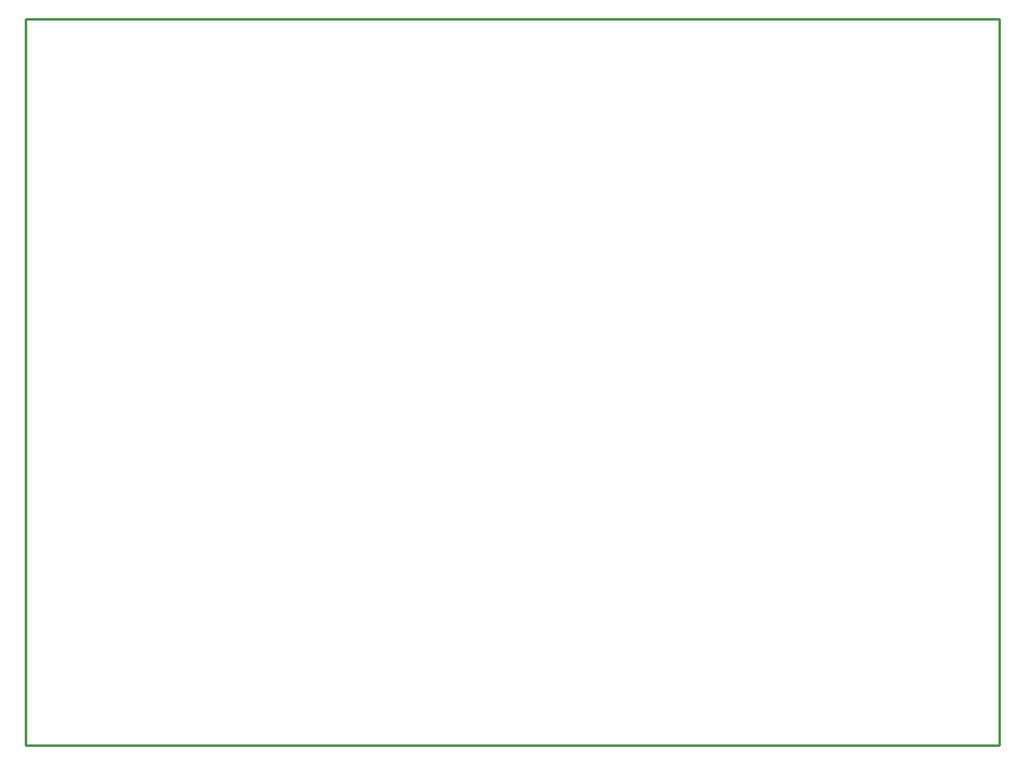
<source format=gko>
G04*
G04 #@! TF.GenerationSoftware,Altium Limited,Altium Designer,22.11.1 (43)*
G04*
G04 Layer_Color=16711935*
%FSLAX44Y44*%
%MOMM*%
G71*
G04*
G04 #@! TF.SameCoordinates,FD04806B-1D24-4FBA-9A3E-9282C7D3C049*
G04*
G04*
G04 #@! TF.FilePolarity,Positive*
G04*
G01*
G75*
%ADD13C,0.2540*%
D13*
X256540Y1270000D02*
X1256030D01*
Y523240D02*
Y1270000D01*
X256540Y523240D02*
X1256030D01*
X256540D02*
Y1270000D01*
M02*

</source>
